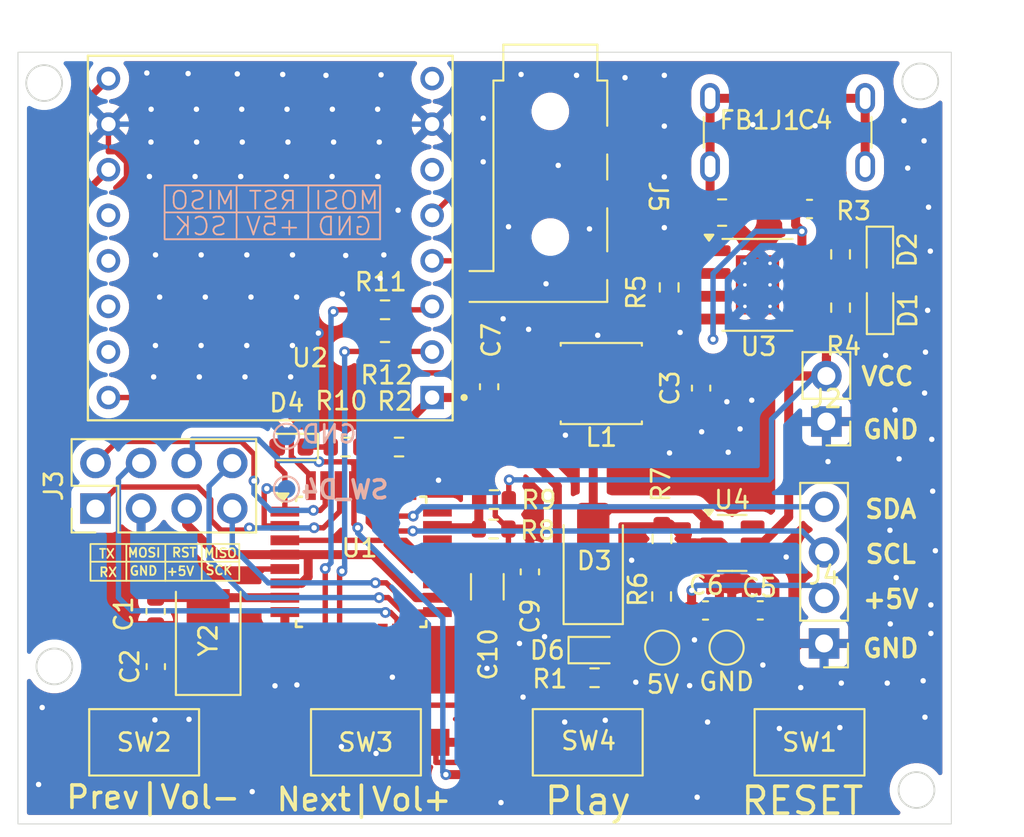
<source format=kicad_pcb>
(kicad_pcb (version 20241229) (generator "pcbnew") (generator_version "9.0")
  (layers (0 "F.Cu" signal) (2 "B.Cu" signal) (13 "F.Paste" user) (15 "B.Paste" user) (5 "F.SilkS" user "F.Silkscreen") (7 "B.SilkS" user "B.Silkscreen") (1 "F.Mask" user) (3 "B.Mask" user) (25 "Edge.Cuts" user))
  (net 0 "")
  (net 1 "Net-(U1-XTAL1{slash}PB6)")
  (net 2 "Net-(U1-XTAL2{slash}PB7)")
  (net 3 "+BATT")
  (net 4 "VBUS")
  (net 5 "+5V")
  (net 6 "Net-(D1-K)")
  (net 7 "Net-(D2-K)")
  (net 8 "Net-(D3-A)")
  (net 9 "Net-(D4-K)")
  (net 10 "Net-(D4-A)")
  (net 11 "Net-(J1-SHIELD)")
  (net 14 "MISO")
  (net 15 "MOSI")
  (net 16 "SCK")
  (net 17 "RST")
  (net 18 "SCL")
  (net 19 "SDA")
  (net 20 "Net-(U2-DAC_R)")
  (net 21 "Net-(U2-DAC_L)")
  (net 22 "Net-(U3-~{CHRG})")
  (net 23 "Net-(U3-~{STDBY})")
  (net 24 "Net-(U3-PROG)")
  (net 25 "Net-(U4-FB)")
  (net 26 "ADC")
  (net 27 "Net-(U2-IO1)")
  (net 28 "Net-(U2-IO2)")
  (net 29 "Net-(U1-PD5)")
  (net 34 "RX")
  (net 36 "TX0")
  (net 37 "TX")
  (net 40 "STATUS")
  (net 42 "RX0")
  (net 51 "GND")
  (net 52 "unconnected-(U1-PD4-Pad2)")
  (net 53 "Net-(U1-AREF)")
  (net 54 "Net-(D6-K)")
  (net 55 "Net-(U2-TX)")
  (net 56 "Net-(U2-RX)")
  (footprint "Resistor_SMD:R_0603_1608Metric" (layer "F.Cu") (at 111.51 52 180)
    (property "Reference" "R10")
    (property "Value" "1k")
  )
  (footprint "Connector_USB:USB_C_Receptacle_GCT_USB4125-xx-x_6P_TopMnt_Horizontal" (layer "F.Cu") (at 136.14 33.36 180)
    (property "Reference" "J1")
    (property "Value" "USB_C_Receptacle_PowerOnly_6P")
  )
  (footprint "Button_Switch_SMD:SW_SPST_CK_RS282G05A3" (layer "F.Cu") (at 137.36 68.46 180)
    (property "Reference" "SW1")
    (property "Value" "SW_Push")
  )
  (footprint "Crystal:Crystal_SMD_5032-2Pin_5.0x3.2mm" (layer "F.Cu") (at 103.86 62.77 90)
    (property "Reference" "Y2")
    (property "Value" "16 Mhz")
  )
  (footprint "Capacitor_SMD:C_1206_3216Metric" (layer "F.Cu") (at 119.41 59.79 90)
    (property "Reference" "C10")
    (property "Value" "100uf")
  )
  (footprint "Button_Switch_SMD:SW_SPST_CK_RS282G05A3" (layer "F.Cu") (at 100.29 68.46 180)
    (property "Reference" "SW2")
    (property "Value" "SW_Prev/Vol -")
  )
  (footprint "Diode_SMD:D_SMA" (layer "F.Cu") (at 125.31 58.36 90)
    (property "Reference" "D3")
    (property "Value" "SS34")
  )
  (footprint "Resistor_SMD:R_0603_1608Metric" (layer "F.Cu") (at 113.71 44.35 180)
    (property "Reference" "R11")
    (property "Value" "1k")
  )
  (footprint "Connector_Audio:Jack_3.5mm_KoreanHropartsElec_PJ-320D-4A_Horizontal" (layer "F.Cu") (at 122.92 38.04 -90)
    (property "Reference" "J5")
    (property "Value" "AudioJack4")
  )
  (footprint "Capacitor_SMD:C_0603_1608Metric" (layer "F.Cu") (at 134.615 61.105 180)
    (property "Reference" "C5")
    (property "Value" "22uf")
  )
  (footprint "Package_SO:SOIC-8-1EP_3.9x4.9mm_P1.27mm_EP2.41x3.3mm_ThermalVias" (layer "F.Cu") (at 134.46 42.96)
    (property "Reference" "U3")
    (property "Value" "TP4056-42-ESOP8")
  )
  (footprint "TestPoint:TestPoint_Pad_D1.5mm" (layer "F.Cu") (at 129.15 63.18)
    (property "Reference" "5V")
    (property "Value" "TestPoint_Pad_D1.5mm")
  )
  (footprint "Connector_PinHeader_2.54mm:PinHeader_2x04_P2.54mm_Vertical" (layer "F.Cu") (at 97.58 55.43 90)
    (property "Reference" "J3")
    (property "Value" "Conn_02x04_Counter_Clockwise")
  )
  (footprint "Package_TO_SOT_SMD:SOT-23-6" (layer "F.Cu") (at 133.05 57.345)
    (property "Reference" "U4")
    (property "Value" "MT3608")
  )
  (footprint "LED_SMD:LED_0603_1608Metric" (layer "F.Cu") (at 141.28 41.2 -90)
    (property "Reference" "D2")
    (property "Value" "LED")
  )
  (footprint "Resistor_SMD:R_0603_1608Metric" (layer "F.Cu") (at 129.12 60.33 -90)
    (property "Reference" "R6")
    (property "Value" "750k")
  )
  (footprint "Capacitor_SMD:C_0603_1608Metric" (layer "F.Cu") (at 137.36 38.73)
    (property "Reference" "C4")
    (property "Value" "10uf")
  )
  (footprint "Resistor_SMD:R_0603_1608Metric" (layer "F.Cu") (at 113.71 46.67 180)
    (property "Reference" "R12")
    (property "Value" "1k")
  )
  (footprint "Resistor_SMD:R_0603_1608Metric" (layer "F.Cu") (at 119.76 56.57)
    (property "Reference" "R8")
    (property "Value" "100k")
  )
  (footprint "Resistor_SMD:R_0603_1608Metric" (layer "F.Cu") (at 125.385 64.86)
    (property "Reference" "R1")
    (property "Value" "100R")
  )
  (footprint "Button_Switch_SMD:SW_SPST_CK_RS282G05A3" (layer "F.Cu") (at 125.003333 68.46)
    (property "Reference" "SW4")
    (property "Value" "Play/Pause")
  )
  (footprint "Capacitor_SMD:C_0603_1608Metric" (layer "F.Cu") (at 131.32 48.715 -90)
    (property "Reference" "C3")
    (property "Value" "10uf")
  )
  (footprint "Button_Switch_SMD:SW_SPST_CK_RS282G05A3" (layer "F.Cu") (at 112.646667 68.46 180)
    (property "Reference" "SW3")
    (property "Value" "SW_Next/Vol+")
  )
  (footprint "LED_SMD:LED_0603_1608Metric" (layer "F.Cu") (at 141.29 44.2175 90)
    (property "Reference" "D1")
    (property "Value" "LED")
  )
  (footprint "LED_SMD:LED_0603_1608Metric" (layer "F.Cu") (at 125.42 63.32)
    (property "Reference" "D6")
    (property "Value" "LED")
  )
  (footprint "Resistor_SMD:R_0603_1608Metric" (layer "F.Cu") (at 139.09 41.26 90)
    (property "Reference" "R3")
    (property "Value" "1k")
  )
  (footprint "TestPoint:TestPoint_Pad_D1.5mm" (layer "F.Cu") (at 132.74 63.18)
    (property "Reference" "GND")
    (property "Value" "TestPoint_Pad_D1.5mm")
  )
  (footprint "Resistor_SMD:R_0603_1608Metric" (layer "F.Cu") (at 129.54 43.1 90)
    (property "Reference" "R5")
    (property "Value" "1.2k")
  )
  (footprint "Resistor_SMD:R_0603_1608Metric" (layer "F.Cu") (at 129.14 57.12 -90)
    (property "Reference" "R7")
    (property "Value" "100k")
  )
  (footprint "Resistor_SMD:R_0805_2012Metric" (layer "F.Cu") (at 132.49 38.93)
    (property "Reference" "FB1")
    (property "Value" "FerriteBead_Small")
  )
  (footprint "Capacitor_SMD:C_0603_1608Metric" (layer "F.Cu") (at 131.565 61.11)
    (property "Reference" "C6")
    (property "Value" "22uf")
  )
  (footprint "Capacitor_SMD:C_0603_1608Metric" (layer "F.Cu") (at 119.51 48.64 90)
    (property "Reference" "C7")
    (property "Value" "0.1uf")
  )
  (footprint "Inductor_SMD:L_APV_ANR4030" (layer "F.Cu") (at 125.76 48.46 180)
    (property "Reference" "L1")
    (property "Value" "L")
  )
  (footprint "Connector_PinHeader_2.54mm:PinHeader_1x02_P2.54mm_Vertical" (layer "F.Cu") (at 138.3 50.58 180)
    (property "Reference" "J2")
    (property "Value" "BAT")
  )
  (footprint "Resistor_SMD:R_0603_1608Metric" (layer "F.Cu") (at 114.49 52 180)
    (property "Reference" "R2")
    (property "Value" "10k")
  )
  (footprint "Capacitor_SMD:C_0603_1608Metric" (layer "F.Cu") (at 100.94 64.24 -90)
    (property "Reference" "C2")
    (property "Value" "22pf")
  )
  (footprint "Connector_PinHeader_2.54mm:PinHeader_1x04_P2.54mm_Vertical" (layer "F.Cu") (at 138.17 62.95 180)
    (property "Reference" "J4")
    (property "Value" "OLED")
  )
  (footprint "Resistor_SMD:R_0603_1608Metric" (layer "F.Cu") (at 119.78 54.93 180)
    (property "Reference" "R9")
    (property "Value" "100k")
  )
  (footprint "Capacitor_SMD:C_0603_1608Metric" (layer "F.Cu") (at 100.93 61.17 -90)
    (property "Reference" "C1")
    (property "Value" "22pf")
  )
  (footprint "Capacitor_SMD:C_0603_1608Metric" (layer "F.Cu") (at 121.78 58.96 -90)
    (property "Reference" "C9")
    (property "Value" "0.1uf")
  )
  (footprint "LED_SMD:LED_0603_1608Metric" (layer "F.Cu") (at 108.49 52 180)
    (property "Reference" "D4")
    (property "Value" "LED")
  )
  (footprint "Package_QFP:TQFP-32_7x7mm_P0.8mm" (layer "F.Cu") (at 112.38 58.4)
    (property "Reference" "U1")
    (property "Value" "ATmega328P-A")
  )
  (footprint "DFR0299:MODULE_DFR0299" (layer "F.Cu") (at 107.3175 40.35 180)
    (property "Reference" "U2")
    (property "Value" "DFR0299")
  )
  (footprint "Resistor_SMD:R_0603_1608Metric" (layer "F.Cu") (at 139.09 44.23 90)
    (property "Reference" "R4")
    (property "Value" "1k")
  )
  (footprint "TestPoint:TestPoint_Pad_D1.0mm" (layer "B.Cu") (at 108.22 54.34)
    (property "Reference" "REF**" (hide yes))
    (property "Value" "TestPoint_Pad_D1.0mm")
  )
  (footprint "TestPoint:TestPoint_Pad_D1.0mm" (layer "B.Cu") (at 108.22 51.4)
    (property "Reference" "GND")
    (property "Value" "TestPoint_Pad_D1.0mm")
  )
  (gr_line (start 97.3 58.392496) (end 105.600084 58.392496) (stroke (width 0.1)) (layer "F.SilkS"))
  (gr_line (start 103.5 59.435) (end 103.5 57.405) (stroke (width 0.1)) (layer "F.SilkS"))
  (gr_line (start 101.47 59.465) (end 101.47 57.419992) (stroke (width 0.1)) (layer "F.SilkS"))
  (gr_line (start 99.3 59.465) (end 99.3 57.419992) (stroke (width 0.1)) (layer "F.SilkS"))
  (gr_rect (start 97.3 57.405) (end 105.59 59.455) (stroke (width 0.1)) (fill no) (layer "F.SilkS"))
  (gr_line (start 105.44 37.42) (end 105.44 40.42) (stroke (width 0.1)) (layer "B.SilkS"))
  (gr_line (start 101.44 40.42) (end 113.44 40.42) (stroke (width 0.1)) (layer "B.SilkS"))
  (gr_line (start 113.44 37.42) (end 113.44 40.42) (stroke (width 0.1)) (layer "B.SilkS"))
  (gr_line (start 113.44 37.42) (end 109.44 37.42) (stroke (width 0.1)) (layer "B.SilkS"))
  (gr_rect (start 101.43 37.41) (end 113.43 40.41) (stroke (width 0.1)) (fill no) (layer "B.SilkS"))
  (gr_line (start 109.44 37.42) (end 105.44 37.42) (stroke (width 0.1)) (layer "B.SilkS"))
  (gr_line (start 113.44 37.42) (end 110.44 37.42) (stroke (width 0.1)) (layer "B.SilkS"))
  (gr_line (start 113.44 38.92) (end 101.44 38.92) (stroke (width 0.1)) (layer "B.SilkS"))
  (gr_line (start 109.44 37.42) (end 109.43 40.41) (stroke (width 0.1)) (layer "B.SilkS"))
  (gr_circle (center 143.53 31.62) (end 144.53 31.62) (stroke (width 0.1)) (fill no) (layer "Edge.Cuts"))
  (gr_rect (start 93.26 29.99) (end 145.26 73.01) (stroke (width 0.05)) (fill no) (layer "Edge.Cuts"))
  (gr_circle (center 95.29 64.23) (end 96.29 64.23) (stroke (width 0.1)) (fill no) (layer "Edge.Cuts"))
  (gr_circle (center 94.72 31.71) (end 95.72 31.71) (stroke (width 0.1)) (fill no) (layer "Edge.Cuts"))
  (gr_circle (center 143.32 71.12) (end 144.32 71.12) (stroke (width 0.1)) (fill no) (layer "Edge.Cuts"))
  (gr_text "Next|Vol+" (at 107.56 72.38 0) (layer "F.SilkS") (effects (font (size 1.25 1.25) (thickness 0.2)) (justify left bottom)))
  (gr_text "SCL" (at 140.372857 58.56 0) (layer "F.SilkS") (effects (font (size 1 1) (thickness 0.2) (bold yes)) (justify left bottom)))
  (gr_text "Prev|Vol-" (at 95.84 72.25 0) (layer "F.SilkS") (effects (font (size 1.25 1.25) (thickness 0.2)) (justify left bottom)))
  (gr_text "MOSI" (at 99.32 58.185 0) (layer "F.SilkS") (effects (font (size 0.5 0.5) (thickness 0.1)) (justify left bottom)))
  (gr_text "SCK" (at 103.66 59.165 0) (layer "F.SilkS") (effects (font (size 0.5 0.5) (thickness 0.1)) (justify left bottom)))
  (gr_text "GND" (at 140.23 63.81 0) (layer "F.SilkS") (effects (font (size 1 1) (thickness 0.2) (bold yes)) (justify left bottom)))
  (gr_text "RESET" (at 133.44 72.6 0) (layer "F.SilkS") (effects (font (size 1.5 1.5) (thickness 0.2)) (justify left bottom)))
  (gr_text "VCC" (at 140.14 48.65 0) (layer "F.SilkS") (effects (font (size 1 1) (thickness 0.2) (bold yes)) (justify left bottom)))
  (gr_text "GND" (at 140.235238 51.61 0) (layer "F.SilkS") (effects (font (size 1 1) (thickness 0.2) (bold yes)) (justify left bottom)))
  (gr_text "+5V" (at 101.48 59.215 0) (layer "F.SilkS") (effects (font (size 0.5 0.5) (thickness 0.1)) (justify left bottom)))
  (gr_text "SDA" (at 140.349047 56.05 0) (layer "F.SilkS") (effects (font (size 1 1) (thickness 0.2) (bold yes)) (justify left bottom)))
  (gr_text "RST" (at 101.78 58.175 0) (layer "F.SilkS") (effects (font (size 0.5 0.5) (thickness 0.1)) (justify left bottom)))
  (gr_text "Play" (at 122.49 72.6 0) (layer "F.SilkS") (effects (font (size 1.5 1.5) (thickness 0.2)) (justify left bottom)))
  (gr_text "GND" (at 99.43 59.195 0) (layer "F.SilkS") (effects (font (size 0.5 0.5) (thickness 0.1)) (justify left bottom)))
  (gr_text "MISO" (at 103.57 58.205 0) (layer "F.SilkS") (effects (font (size 0.5 0.5) (thickness 0.1)) (justify left bottom)))
  (gr_text "RX" (at 97.73 59.272496 0) (layer "F.SilkS") (effects (font (size 0.5 0.5) (thickness 0.1)) (justify left bottom)))
  (gr_text "TX" (at 97.72 58.242496 0) (layer "F.SilkS") (effects (font (size 0.5 0.5) (thickness 0.1)) (justify left bottom)))
  (gr_text "+5V\n" (at 140.23 61.07 0) (layer "F.SilkS") (effects (font (size 1 1) (thickness 0.2) (bold yes)) (justify left bottom)))
  (gr_text "+5V" (at 109.062619 40.28 0) (layer "B.SilkS") (effects (font (size 1 1) (thickness 0.1)) (justify left bottom mirror)))
  (gr_text "RST" (at 108.88 38.84 0) (layer "B.SilkS") (effects (font (size 1 1) (thickness 0.1)) (justify left bottom mirror)))
  (gr_text "SW_D4" (at 114.01 54.96 0) (layer "B.SilkS") (effects (font (size 1 1) (thickness 0.2) (bold yes)) (justify left bottom mirror)))
  (gr_text "MOSI" (at 113.44 38.84 0) (layer "B.SilkS") (effects (font (size 1 1) (thickness 0.1)) (justify left bottom mirror)))
  (gr_text "SCK" (at 104.98 40.28 0) (layer "B.SilkS") (effects (font (size 1 1) (thickness 0.1)) (justify left bottom mirror)))
  (gr_text "GND" (at 113.05 40.28 0) (layer "B.SilkS") (effects (font (size 1 1) (thickness 0.1)) (justify left bottom mirror)))
  (gr_text "MISO" (at 105.43 38.84 0) (layer "B.SilkS") (effects (font (size 1 1) (thickness 0.1)) (justify left bottom mirror)))
  (segment (start 105.17 60.4) (end 104.38 60.4) (width 0.5) (layer "F.Cu") (net 1))
  (segment (start 104.37 60.39) (end 100.935 60.39) (width 0.5) (layer "F.Cu") (net 1))
  (segment (start 108.13 60.4) (end 105.17 60.4) (width 0.5) (layer "F.Cu") (net 1))
  (segment (start 101.255 65.01) (end 103.47 65.01) (width 0.5) (layer "F.Cu") (net 2))
  (segment (start 100.94 65.015) (end 101.25 65.015) (width 0.5) (layer "F.Cu") (net 2))
  (segment (start 101.25 65.015) (end 101.255 65.01) (width 0.5) (layer "F.Cu") (net 2))
  (segment (start 106.01 64.15) (end 103.86 64.15) (width 0.5) (layer "F.Cu") (net 2))
  (segment (start 108.13 61.2) (end 108.13 62.03) (width 0.5) (layer "F.Cu") (net 2))
  (segment (start 108.13 62.03) (end 106.01 64.15) (width 0.5) (layer "F.Cu") (net 2))
  (segment (start 120.605 54.93) (end 120.605 53.855) (width 0.3) (layer "F.Cu") (net 3))
  (segment (start 138.3 46.23) (end 138.3 47) (width 0.5) (layer "F.Cu") (net 3))
  (segment (start 134.1875 58.295) (end 134.1875 57.345) (width 0.5) (layer "F.Cu") (net 3))
  (segment (start 131.305 48.46) (end 127.26 48.46) (width 0.5) (layer "F.Cu") (net 3))
  (segment (start 136.935 44.865) (end 138.3 46.23) (width 0.5) (layer "F.Cu") (net 3))
  (segment (start 131.725 48.04) (end 131.305 48.46) (width 0.5) (layer "F.Cu") (net 3))
  (segment (start 135.43 59.5375) (end 135.43 60.52) (width 0.5) (layer "F.Cu") (net 3))
  (segment (start 136.2 55.8991) (end 136.2 48.04) (width 0.5) (layer "F.Cu") (net 3))
  (segment (start 138.3 48.04) (end 131.725 48.04) (width 0.5) (layer "F.Cu") (net 3))
  (segment (start 138.3 47) (end 138.3 47.749) (width 0.5) (layer "F.Cu") (net 3))
  (segment (start 138.3 47) (end 138.3 48.04) (width 0.5) (layer "F.Cu") (net 3))
  (segment (start 135.39 60.56) (end 135.39 61.105) (width 0.5) (layer "F.Cu") (net 3))
  (segment (start 134.7541 57.345) (end 136.2 55.8991) (width 0.5) (layer "F.Cu") (net 3))
  (segment (start 134.1875 58.295) (end 135.43 59.5375) (width 0.5) (layer "F.Cu") (net 3))
  (segment (start 135.43 60.52) (end 135.39 60.56) (width 0.5) (layer "F.Cu") (net 3))
  (segment (start 134.1875 57.345) (end 134.7541 57.345) (width 0.5) (layer "F.Cu") (net 3))
  (segment (start 120.605 53.855) (end 120.63 53.83) (width 0.3) (layer "F.Cu") (net 3))
  (segment (start 136.2 48.04) (end 138.3 48.04) (width 0.5) (layer "F.Cu") (net 3))
  (via (at 120.63 53.83) (size 0.6) (drill 0.3) (layers "F.Cu" "B.Cu") (net 3))
  (segment (start 135.2425 53.6925) (end 135.2425 50.4575) (width 0.3) (layer "B.Cu") (net 3))
  (segment (start 135.105 53.83) (end 135.2425 53.6925) (width 0.3) (layer "B.Cu") (net 3))
  (segment (start 135.2425 50.4575) (end 137.66 48.04) (width 0.3) (layer "B.Cu") (net 3))
  (segment (start 120.63 53.83) (end 135.105 53.83) (width 0.3) (layer "B.Cu") (net 3))
  (segment (start 136.585 37.546) (end 136.53 37.491) (width 0.5) (layer "F.Cu") (net 4))
  (segment (start 134.62 37.04) (end 134.62 36.44) (width 0.5) (layer "F.Cu") (net 4))
  (segment (start 135.071 37.491) (end 134.62 37.04) (width 0.5) (layer "F.Cu") (net 4))
  (segment (start 137.209 37.491) (end 136.53 37.491) (width 0.5) (layer "F.Cu") (net 4))
  (segment (start 136.935 39.975) (end 136.935 41.055) (width 0.5) (layer "F.Cu") (net 4))
  (segment (start 136.935 39.975) (end 136.934998 39.975) (width 0.5) (layer "F.Cu") (net 4))
  (segment (start 137.066 41.186) (end 140.441 41.186) (width 0.3) (layer "F.Cu") (net 4))
  (segment (start 137.66 37.04) (end 137.209 37.491) (width 0.5) (layer "F.Cu") (net 4))
  (segment (start 131.985 44.865) (end 131.985 45.995) (width 0.3) (layer "F.Cu") (net 4))
  (segment (start 141.33 42.075) (end 141.33 43.39) (width 0.3) (layer "F.Cu") (net 4))
  (segment (start 137.66 36.44) (end 137.66 37.04) (width 0.5) (layer "F.Cu") (net 4))
  (segment (start 136.585 39.625002) (end 136.934998 39.975) (width 0.5) (layer "F.Cu") (net 4))
  (segment (start 135.071 37.491) (end 136.53 37.491) (width 0.5) (layer "F.Cu") (net 4))
  (segment (start 136.585 38.73) (end 136.585 37.546) (width 0.5) (layer "F.Cu") (net 4))
  (segment (start 140.441 41.186) (end 141.33 42.075) (width 0.3) (layer "F.Cu") (net 4))
  (segment (start 136.585 38.73) (end 136.585 39.625002) (width 0.5) (layer "F.Cu") (net 4))
  (via (at 131.985 45.995) (size 0.6) (drill 0.3) (layers "F.Cu" "B.Cu") (net 4))
  (via (at 136.934998 39.975) (size 0.6) (drill 0.3) (layers "F.Cu" "B.Cu") (net 4))
  (segment (start 134.343 39.975) (end 136.934998 39.975) (width 0.3) (layer "B.Cu") (net 4))
  (segment (start 131.985 42.333) (end 134.343 39.975) (width 0.3) (layer "B.Cu") (net 4))
  (segment (start 131.985 45.995) (end 131.985 42.333) (width 0.3) (layer "B.Cu") (net 4))
  (segment (start 115.453 60.4) (end 116.63 60.4) (width 0.5) (layer "F.Cu") (net 5))
  (segment (start 116.63 60.4) (end 118.545 60.4) (width 0.5) (layer "F.Cu") (net 5))
  (segment (start 123.31 54.18) (end 121.13 52) (width 0.5) (layer "F.Cu") (net 5))
  (segment (start 116.3345 49.24) (end 119.335 49.24) (width 0.5) (layer "F.Cu") (net 5))
  (segment (start 108.13 58) (end 104.34 58) (width 0.5) (layer "F.Cu") (net 5))
  (segment (start 109.43 59.23) (end 109.06 59.6) (width 0.5) (layer "F.Cu") (net 5))
  (segment (start 104.34 58) (end 102.66 56.32) (width 0.5) (layer "F.Cu") (net 5))
  (segment (start 122.875 61.265) (end 119.41 61.265) (width 0.5) (layer "F.Cu") (net 5))
  (segment (start 123.78 60.36) (end 125.31 60.36) (width 0.5) (layer "F.Cu") (net 5))
  (segment (start 108.13 58) (end 109.307 58) (width 0.5) (layer "F.Cu") (net 5))
  (segment (start 115.315 52) (end 115.315 50.2595) (width 0.5) (layer "F.Cu") (net 5))
  (segment (start 127.428629 61.36) (end 126.428629 60.36) (width 0.5) (layer "F.Cu") (net 5))
  (segment (start 129.12 61.155) (end 129.12 62.93) (width 0.5) (layer "F.Cu") (net 5))
  (segment (start 130.79 60) (end 130.8 59.99) (width 0.5) (layer "F.Cu") (net 5))
  (segment (start 109.06 59.6) (end 108.13 59.6) (width 0.5) (layer "F.Cu") (net 5))
  (segment (start 123.31 60.83) (end 123.78 60.36) (width 0.5) (layer "F.Cu") (net 5))
  (segment (start 123.31 60.83) (end 122.875 61.265) (width 0.5) (layer "F.Cu") (net 5))
  (segment (start 118.545 60.4) (end 119.41 61.265) (width 0.5) (layer "F.Cu") (net 5))
  (segment (start 121.13 52) (end 115.315 52) (width 0.5) (layer "F.Cu") (net 5))
  (segment (start 109.307 58) (end 109.43 58.123) (width 0.5) (layer "F.Cu") (net 5))
  (segment (start 113.053 58) (end 115.453 60.4) (width 0.5) (layer "F.Cu") (net 5))
  (segment (start 115.315 50.2595) (end 116.3345 49.24) (width 0.5) (layer "F.Cu") (net 5))
  (segment (start 129.12 61.155) (end 128.915 61.36) (width 0.5) (layer "F.Cu") (net 5))
  (segment (start 123.31 54.18) (end 123.31 60.83) (width 0.5) (layer "F.Cu") (net 5))
  (segment (start 108.13 58) (end 113.053 58) (width 0.5) (layer "F.Cu") (net 5))
  (segment (start 130.79 61.11) (end 130.79 60) (width 0.5) (layer "F.Cu") (net 5))
  (segment (start 128.915 61.36) (end 127.428629 61.36) (width 0.5) (layer "F.Cu") (net 5))
  (segment (start 109.43 58.123) (end 109.43 59.23) (width 0.5) (layer "F.Cu") (net 5))
  (segment (start 130.79 61.11) (end 129.165 61.11) (width 0.5) (layer "F.Cu") (net 5))
  (segment (start 126.2075 62.0075) (end 126.2075 63.32) (width 0.5) (layer "F.Cu") (net 5))
  (segment (start 125.31 61.11) (end 126.2075 62.0075) (width 0.5) (layer "F.Cu") (net 5))
  (segment (start 126.428629 60.36) (end 125.31 60.36) (width 0.5) (layer "F.Cu") (net 5))
  (segment (start 102.66 56.32) (end 102.66 55.43) (width 0.5) (layer "F.Cu") (net 5))
  (via (at 130.8 59.99) (size 0.6) (drill 0.3) (layers "F.Cu" "B.Cu") (net 5))
  (segment (start 131.08 59.71) (end 137.78 59.71) (width 0.3) (layer "B.Cu") (net 5))
  (segment (start 137.78 59.71) (end 138.73 60.66) (width 0.3) (layer "B.Cu") (net 5))
  (segment (start 130.8 59.99) (end 131.08 59.71) (width 0.3) (layer "B.Cu") (net 5))
  (segment (start 139.14 45.005) (end 141.29 45.005) (width 0.3) (layer "F.Cu") (net 6))
  (segment (start 141.2425 40.4125) (end 139.1125 40.4125) (width 0.3) (layer "F.Cu") (net 7))
  (segment (start 126.226 55.444) (end 130.9615 55.444) (width 0.5) (layer "F.Cu") (net 8))
  (segment (start 125.31 49.51) (end 125.31 56.36) (width 0.5) (layer "F.Cu") (net 8))
  (segment (start 125.31 56.36) (end 126.226 55.444) (width 0.5) (layer "F.Cu") (net 8))
  (segment (start 130.9615 55.444) (end 131.9125 56.395) (width 0.5) (layer "F.Cu") (net 8))
  (segment (start 124.26 48.46) (end 125.31 49.51) (width 0.5) (layer "F.Cu") (net 8))
  (segment (start 109.2775 52) (end 110.685 52) (width 0.3) (layer "F.Cu") (net 9))
  (segment (start 108.13 53.48) (end 107.7025 53.0525) (width 0.3) (layer "F.Cu") (net 10))
  (segment (start 108.13 55.6) (end 108.13 53.48) (width 0.3) (layer "F.Cu") (net 10))
  (segment (start 107.7025 53.0525) (end 107.7025 52) (width 0.3) (layer "F.Cu") (net 10))
  (segment (start 131.82 36.36) (end 131.82 38.6875) (width 0.5) (layer "F.Cu") (net 11))
  (segment (start 140.46 32.56) (end 131.82 32.56) (width 0.5) (layer "F.Cu") (net 11))
  (segment (start 131.82 32.56) (end 131.82 36.36) (width 0.5) (layer "F.Cu") (net 11))
  (segment (start 140.46 36.36) (end 140.46 32.56) (width 0.5) (layer "F.Cu") (net 11))
  (segment (start 115.18 62.65) (end 115.18 61.682634) (width 0.3) (layer "F.Cu") (net 14))
  (segment (start 113.891261 60.393895) (end 113.379048 60.393895) (width 0.3) (layer "F.Cu") (net 14))
  (segment (start 115.18 61.682634) (end 113.891261 60.393895) (width 0.3) (layer "F.Cu") (net 14))
  (via (at 113.379048 60.393895) (size 0.6) (drill 0.3) (layers "F.Cu" "B.Cu") (net 14))
  (segment (start 103.91 54.18) (end 105.2 52.89) (width 0.3) (layer "B.Cu") (net 14))
  (segment (start 103.91 58.27) (end 103.91 54.18) (width 0.3) (layer "B.Cu") (net 14))
  (segment (start 106.033895 60.393895) (end 103.91 58.27) (width 0.3) (layer "B.Cu") (net 14))
  (segment (start 113.379048 60.393895) (end 106.033895 60.393895) (width 0.3) (layer "B.Cu") (net 14))
  (segment (start 114.38 62.65) (end 114.38 61.58974) (width 0.3) (layer "F.Cu") (net 15))
  (segment (start 114.38 61.58974) (end 114.011552 61.221292) (width 0.3) (layer "F.Cu") (net 15))
  (segment (start 113.79 61.16) (end 113.728708 61.221292) (width 0.3) (layer "F.Cu") (net 15))
  (segment (start 114.011552 61.221292) (end 113.728708 61.221292) (width 0.3) (layer "F.Cu") (net 15))
  (via (at 113.728708 61.221292) (size 0.6) (drill 0.3) (layers "F.Cu" "B.Cu") (net 15))
  (segment (start 113.637416 61.13) (end 113.728708 61.221292) (width 0.3) (layer "B.Cu") (net 15))
  (segment (start 99.72 52.89) (end 98.86 53.75) (width 0.3) (layer "B.Cu") (net 15))
  (segment (start 98.86 53.75) (end 98.86 60.392182) (width 0.3) (layer "B.Cu") (net 15))
  (segment (start 99.597818 61.13) (end 113.637416 61.13) (width 0.3) (layer "B.Cu") (net 15))
  (segment (start 98.86 60.392182) (end 99.597818 61.13) (width 0.3) (layer "B.Cu") (net 15))
  (segment (start 113.774472 59.57) (end 113.17 59.57) (width 0.3) (layer "F.Cu") (net 16))
  (segment (start 116.63 61.2) (end 115.404472 61.2) (width 0.3) (layer "F.Cu") (net 16))
  (segment (start 115.404472 61.2) (end 113.774472 59.57) (width 0.3) (layer "F.Cu") (net 16))
  (via (at 113.17 59.57) (size 0.6) (drill 0.3) (layers "F.Cu" "B.Cu") (net 16))
  (segment (start 105.2 57.57) (end 107.2 59.57) (width 0.3) (layer "B.Cu") (net 16))
  (segment (start 105.2 55.43) (end 105.2 57.57) (width 0.3) (layer "B.Cu") (net 16))
  (segment (start 107.2 59.57) (end 113.17 59.57) (width 0.3) (layer "B.Cu") (net 16))
  (segment (start 113.665 52) (end 113.665 52.765) (width 0.3) (layer "F.Cu") (net 17))
  (segment (start 110.029895 52.815425) (end 110.04047 52.826) (width 0.3) (layer "F.Cu") (net 17))
  (segment (start 113.604 52.826) (end 113.665 52.765) (width 0.3) (layer "F.Cu") (net 17))
  (segment (start 111.98 52.976) (end 111.83 52.826) (width 0.3) (layer "F.Cu") (net 17))
  (segment (start 111.98 54.15) (end 111.98 56.29) (width 0.3) (layer "F.Cu") (net 17))
  (segment (start 110.04047 52.826) (end 111.83 52.826) (width 0.3) (layer "F.Cu") (net 17))
  (segment (start 111.98 56.29) (end 112.19 56.5) (width 0.3) (layer "F.Cu") (net 17))
  (segment (start 111.83 52.826) (end 113.604 52.826) (width 0.3) (layer "F.Cu") (net 17))
  (segment (start 139.43 70.26) (end 117.1 70.26) (width 0.5) (layer "F.Cu") (net 17))
  (segment (start 141.26 68.43) (end 139.43 70.26) (width 0.5) (layer "F.Cu") (net 17))
  (segment (start 111.98 54.15) (end 111.98 52.976) (width 0.3) (layer "F.Cu") (net 17))
  (via (at 112.19 56.5) (size 0.6) (drill 0.3) (layers "F.Cu" "B.Cu") (net 17))
  (via (at 117.1 70.26) (size 0.6) (drill 0.3) (layers "F.Cu" "B.Cu") (net 17))
  (via (at 110.029895 52.815425) (size 0.6) (drill 0.3) (layers "F.Cu" "B.Cu") (net 17))
  (segment (start 116.93 70.13) (end 116.93 61.54) (width 0.3) (layer "B.Cu") (net 17))
  (segment (start 116.93 61.54) (end 112.19 56.8) (width 0.3) (layer "B.Cu") (net 17))
  (segment (start 112.19 56.8) (end 112.19 56.5) (width 0.3) (layer "B.Cu") (net 17))
  (segment (start 102.98 52.57) (end 102.98 51.57) (width 0.3) (layer "B.Cu") (net 17))
  (segment (start 107.83 52.75) (end 109.96447 52.75) (width 0.3) (layer "B.Cu") (net 17))
  (segment (start 109.96447 52.75) (end 110.029895 52.815425) (width 0.3) (layer "B.Cu") (net 17))
  (segment (start 102.98 51.57) (end 106.65 51.57) (width 0.3) (layer "B.Cu") (net 17))
  (segment (start 106.65 51.57) (end 107.83 52.75) (width 0.3) (layer "B.Cu") (net 17))
  (segment (start 117.01 70.21) (end 116.93 70.13) (width 0.3) (layer "B.Cu") (net 17))
  (segment (start 112.78 54.15) (end 112.78 56.19) (width 0.3) (layer "F.Cu") (net 18))
  (segment (start 113.27 56.68) (end 115.26 56.68) (width 0.3) (layer "F.Cu") (net 18))
  (segment (start 112.78 56.19) (end 113.27 56.68) (width 0.3) (layer "F.Cu") (net 18))
  (via (at 115.26 56.68) (size 0.6) (drill 0.3) (layers "F.Cu" "B.Cu") (net 18))
  (segment (start 136.94 56.68) (end 138.09 57.83) (width 0.3) (layer "B.Cu") (net 18))
  (segment (start 115.26 56.68) (end 136.94 56.68) (width 0.3) (layer "B.Cu") (net 18))
  (segment (start 113.92 55.85) (end 115.279998 55.85) (width 0.3) (layer "F.Cu") (net 19))
  (segment (start 113.58 55.51) (end 113.92 55.85) (width 0.3) (layer "F.Cu") (net 19))
  (segment (start 113.58 54.15) (end 113.58 55.51) (width 0.3) (layer "F.Cu") (net 19))
  (via (at 115.279998 55.85) (size 0.6) (drill 0.3) (layers "F.Cu" "B.Cu") (net 19))
  (segment (start 115.279998 55.85) (end 115.799998 55.33) (width 0.3) (layer "B.Cu") (net 19))
  (segment (start 115.799998 55.33) (end 138.09 55.33) (width 0.3) (layer "B.Cu") (net 19))
  (segment (start 116.3345 41.62) (end 125.9 41.62) (width 0.3) (layer "F.Cu") (net 20))
  (segment (start 116.3345 39.08) (end 117.5245 37.89) (width 0.3) (layer "F.Cu") (net 21))
  (segment (start 117.5245 37.89) (end 126.17 37.89) (width 0.3) (layer "F.Cu") (net 21))
  (segment (start 139.08 42.3) (end 136.96 42.3) (width 0.5) (layer "F.Cu") (net 22))
  (segment (start 136.935 43.595) (end 138.9 43.595) (width 0.3) (layer "F.Cu") (net 23))
  (segment (start 129.575 42.31) (end 131.9 42.31) (width 0.5) (layer "F.Cu") (net 24))
  (segment (start 131.8875 58.27) (end 129.12 58.27) (width 0.5) (layer "F.Cu") (net 25))
  (segment (start 129.12 58.78) (end 129.12 57.965) (width 0.5) (layer "F.Cu") (net 25))
  (segment (start 129.12 58.27) (end 129.12 58.78) (width 0.5) (layer "F.Cu") (net 25))
  (segment (start 129.12 59.505) (end 129.12 58.78) (width 0.5) (layer "F.Cu") (net 25))
  (segment (start 118.935 56.57) (end 118.935 54.95) (width 0.5) (layer "F.Cu") (net 26))
  (segment (start 116.63 56.4) (end 118.765 56.4) (width 0.3) (layer "F.Cu") (net 26))
  (segment (start 97.29 62.8) (end 97.29 66.41) (width 0.4) (layer "F.Cu") (net 27))
  (segment (start 94.5 60.01) (end 97.29 62.8) (width 0.4) (layer "F.Cu") (net 27))
  (segment (start 96.39 67.31) (end 96.39 68.46) (width 0.4) (layer "F.Cu") (net 27))
  (segment (start 94.5 35.2605) (end 94.5 60.01) (width 0.4) (layer "F.Cu") (net 27))
  (segment (start 98.3005 31.46) (end 94.5 35.2605) (width 0.4) (layer "F.Cu") (net 27))
  (segment (start 97.29 66.41) (end 96.39 67.31) (width 0.4) (layer "F.Cu") (net 27))
  (segment (start 98.99 70) (end 107.226667 70) (width 0.4) (layer "F.Cu") (net 28))
  (segment (start 95.828 39.0125) (end 95.828 59.635817) (width 0.4) (layer "F.Cu") (net 28))
  (segment (start 95.828 59.635817) (end 98.33 62.137817) (width 0.4) (layer "F.Cu") (net 28))
  (segment (start 107.226667 70) (end 108.746667 68.48) (width 0.4) (layer "F.Cu") (net 28))
  (segment (start 98.33 62.137817) (end 98.33 69.34) (width 0.4) (layer "F.Cu") (net 28))
  (segment (start 98.3005 36.54) (end 95.828 39.0125) (width 0.4) (layer "F.Cu") (net 28))
  (segment (start 98.33 69.34) (end 98.99 70) (width 0.4) (layer "F.Cu") (net 28))
  (segment (start 112.22 66.39) (end 119.013333 66.39) (width 0.3) (layer "F.Cu") (net 29))
  (segment (start 109.58 62.65) (end 109.58 63.75) (width 0.3) (layer "F.Cu") (net 29))
  (segment (start 109.58 63.75) (end 112.22 66.39) (width 0.3) (layer "F.Cu") (net 29))
  (segment (start 119.013333 66.39) (end 121.103333 68.48) (width 0.3) (layer "F.Cu") (net 29))
  (segment (start 110.93 44.35) (end 110.83 44.45) (width 0.3) (layer "F.Cu") (net 34))
  (segment (start 110.38 62.65) (end 110.38 58.77) (width 0.3) (layer "F.Cu") (net 34))
  (segment (start 112.885 44.35) (end 110.93 44.35) (width 0.3) (layer "F.Cu") (net 34))
  (via (at 110.38 58.77) (size 0.6) (drill 0.3) (layers "F.Cu" "B.Cu") (net 34))
  (via (at 110.83 44.45) (size 0.6) (drill 0.3) (layers "F.Cu" "B.Cu") (net 34))
  (segment (start 110.7 58.45) (end 110.38 58.77) (width 0.3) (layer "B.Cu") (net 34))
  (segment (start 110.7 44.58) (end 110.7 58.45) (width 0.3) (layer "B.Cu") (net 34))
  (segment (start 110.83 44.45) (end 110.7 44.58) (width 0.3) (layer "B.Cu") (net 34))
  (segment (start 106.41 52.401529) (end 106.41 53.89) (width 0.3) (layer "F.Cu") (net 36))
  (segment (start 110.1 55.53) (end 109.72 55.53) (width 0.3) (layer "F.Cu") (net 36))
  (segment (start 105.697471 51.689) (end 106.41 52.401529) (width 0.3) (layer "F.Cu") (net 36))
  (segment (start 110.38 55.25) (end 110.1 55.53) (width 0.3) (layer "F.Cu") (net 36))
  (segment (start 97.58 52.89) (end 98.781 51.689) (width 0.3) (layer "F.Cu") (net 36))
  (segment (start 98.781 51.689) (end 105.697471 51.689) (width 0.3) (layer "F.Cu") (net 36))
  (segment (start 110.38 54.15) (end 110.38 55.25) (width 0.3) (layer "F.Cu") (net 36))
  (via (at 106.41 53.89) (size 0.6) (drill 0.3) (layers "F.Cu" "B.Cu") (net 36))
  (via (at 109.72 55.53) (size 0.6) (drill 0.3) (layers "F.Cu" "B.Cu") (net 36))
  (segment (start 107.35 55.53) (end 109.72 55.53) (width 0.3) (layer "B.Cu") (net 36))
  (segment (start 106.41 54.59) (end 107.35 55.53) (width 0.3) (layer "B.Cu") (net 36))
  (segment (start 106.41 53.89) (end 106.41 54.59) (width 0.3) (layer "B.Cu") (net 36))
  (segment (start 111.18 62.65) (end 111.18 59.05) (width 0.3) (layer "F.Cu") (net 37))
  (segment (start 111.18 59.05) (end 111.31 58.92) (width 0.3) (layer "F.Cu") (net 37))
  (segment (start 112.885 46.67) (end 111.48 46.67) (width 0.3) (layer "F.Cu") (net 37))
  (segment (start 111.48 46.67) (end 111.46 46.69) (width 0.3) (layer "F.Cu") (net 37))
  (via (at 111.46 46.69) (size 0.6) (drill 0.3) (layers "F.Cu" "B.Cu") (net 37))
  (via (at 111.31 58.92) (size 0.6) (drill 0.3) (layers "F.Cu" "B.Cu") (net 37))
  (segment (start 111.46 58.77) (end 111.31 58.92) (width 0.3) (layer "B.Cu") (net 37))
  (segment (start 111.46 46.69) (end 111.46 58.77) (width 0.3) (layer "B.Cu") (net 37))
  (segment (start 108.49 52.52) (end 108.49 51.50069) (width 0.3) (layer "F.Cu") (net 40))
  (segment (start 109.58 53.61) (end 108.49 52.52) (width 0.3) (layer "F.Cu") (net 40))
  (segment (start 106.22931 49.24) (end 98.3005 49.24) (width 0.3) (layer "F.Cu") (net 40))
  (segment (start 108.49 51.50069) (end 106.22931 49.24) (width 0.3) (layer "F.Cu") (net 40))
  (segment (start 110.28 56.5) (end 111.18 55.6) (width 0.3) (layer "F.Cu") (net 42))
  (segment (start 103.295471 54.229) (end 103.999 54.932529) (width 0.3) (layer "F.Cu") (net 42))
  (segment (start 106.12 56.54) (end 106.149998 56.510002) (width 0.3) (layer "F.Cu") (net 42))
  (segment (start 106.028997 56.631) (end 106.149998 56.509999) (width 0.3) (layer "F.Cu") (net 42))
  (segment (start 111.18 54.15) (end 111.18 55.6) (width 0.3) (layer "F.Cu") (net 42))
  (segment (start 97.58 55.43) (end 98.781 54.229) (width 0.3) (layer "F.Cu") (net 42))
  (segment (start 106.149998 56.510002) (end 106.149998 56.509999) (width 0.3) (layer "F.Cu") (net 42))
  (segment (start 103.999 54.932529) (end 103.999 56.069) (width 0.3) (layer "F.Cu") (net 42))
  (segment (start 98.781 54.229) (end 103.295471 54.229) (width 0.3) (layer "F.Cu") (net 42))
  (segment (start 104.561 56.631) (end 106.028997 56.631) (width 0.3) (layer "F.Cu") (net 42))
  (segment (start 110.28 56.5) (end 109.76 56.5) (width 0.3) (layer "F.Cu") (net 42))
  (segment (start 103.999 56.069) (end 104.561 56.631) (width 0.3) (layer "F.Cu") (net 42))
  (via (at 109.76 56.5) (size 0.6) (drill 0.3) (layers "F.Cu" "B.Cu") (net 42))
  (via (at 106.149998 56.509999) (size 0.6) (drill 0.3) (layers "F.Cu" "B.Cu") (net 42))
  (segment (start 109.76 56.5) (end 109.75 56.51) (width 0.3) (layer "B.Cu") (net 42))
  (segment (start 109.75 56.51) (end 106.149998 56.509999) (width 0.3) (layer "B.Cu") (net 42))
  (segment (start 99 66.84) (end 99 63.04) (width 0.3) (layer "F.Cu") (net 51))
  (segment (start 113.585 47.865) (end 115.6995 47.865) (width 0.3) (layer "F.Cu") (net 51))
  (segment (start 108.13 57.2) (end 114.853 57.2) (width 0.3) (layer "F.Cu") (net 51))
  (segment (start 130.645 57.345) (end 131.9125 57.345) (width 0.5) (layer "F.Cu") (net 51))
  (segment (start 136.82 62.95) (end 138.09 62.95) (width 0.5) (layer "F.Cu") (net 51))
  (segment (start 133.43 36.4) (end 133.43 35.66) (width 0.5) (layer "F.Cu") (net 51))
  (segment (start 133.701 35.389) (end 138.439 35.389) (width 0.5) (layer "F.Cu") (net 51))
  (segment (start 136.015 65.025) (end 136.015 63.755) (width 0.5) (layer "F.Cu") (net 51))
  (segment (start 134.46 40.7) (end 134.46 42.96) (width 0.5) (layer "F.Cu") (net 51))
  (segment (start 99 63.04) (end 99 58.88) (width 0.3) (layer "F.Cu") (net 51))
  (segment (start 100.94 63.775) (end 100.94 63.1) (width 0.3) (layer "F.Cu") (net 51))
  (segment (start 116.63 58) (end 119.095 58) (width 0.3) (layer "F.Cu") (net 51))
  (segment (start 138.135 38.73) (end 139.175 37.69) (width 0.5) (layer "F.Cu") (net 51))
  (segment (start 133.84 61.105) (end 132.345 61.105) (width 0.5) (layer "F.Cu") (net 51))
  (segment (start 114.56 52.504774) (end 114.56 51.635226) (width 0.3) (layer "F.Cu") (net 51))
  (segment (start 119.51 47.865) (end 119.51 43.925) (width 0.3) (layer "F.Cu") (net 51))
  (segment (start 98.3005 34) (end 98.3005 35.535) (width 0.3) (layer "F.Cu") (net 51))
  (segment (start 133.026 57.8919) (end 132.4791 57.345) (width 0.5) (layer "F.Cu") (net 51))
  (segment (start 114.56 51.635226) (end 114.098774 51.174) (width 0.3) (layer "F.Cu") (net 51))
  (segment (start 133.39 36.44) (end 133.39 38.9175) (width 0.5) (layer "F.Cu") (net 51))
  (segment (start 112.49 66.9) (end 114.07 68.48) (width 0.3) (layer "F.Cu") (net 51))
  (segment (start 132.940058 68.48) (end 133.225029 68.195029) (width 0.5) (layer "F.Cu") (net 51))
  (segment (start 139.175 37.69) (end 139.175 36.725) (width 0.5) (layer "F.Cu") (net 51))
  (segment (start 104.19 68.46) (end 100.62 68.46) (width 0.3) (layer "F.Cu") (net 51))
  (segment (start 119.41 58.315) (end 121.65 58.315) (width 0.3) (layer "F.Cu") (net 51))
  (segment (start 112.335 51.2295) (end 112.335 49.115) (width 0.3) (layer "F.Cu") (net 51))
  (segment (start 100.94 62.265) (end 100.93 62.255) (width 0.3) (layer "F.Cu") (net 51))
  (segment (start 128.65 69.581) (end 128.65 68.733333) (width 0.3) (layer "F.Cu") (net 51))
  (segment (start 119.51 47.865) (end 119.51 43.15) (width 0.3) (layer "F.Cu") (net 51))
  (segment (start 112.335 52) (end 112.335 51.2295) (width 0.3) (layer "F.Cu") (net 51))
  (segment (start 104.19 68.46) (end 105.75 66.9) (width 0.3) (layer "F.Cu") (net 51))
  (segment (start 129.54 43.925) (end 129.87 43.595) (width 0.5) (layer "F.Cu") (net 51))
  (segment (start 120.585 56.57) (end 119.854 55.839) (width 0.3) (layer "F.Cu") (net 51))
  (segment (start 114.853 57.2) (end 115.653 58) (width 0.3) (layer "F.Cu") (net 51))
  (segment (start 120.585 58.315) (end 119.41 58.315) (width 0.3) (layer "F.Cu") (net 51))
  (segment (start 133.43 35.66) (end 133.701 35.389) (width 0.5) (layer "F.Cu") (net 51))
  (segment (start 115.6995 47.865) (end 119.51 47.865) (width 0.3) (layer "F.Cu") (net 51))
  (segment (start 119.854 55.839) (end 119.854 54.569226) (width 0.3) (layer "F.Cu") (net 51))
  (segment (start 114.07 68.48) (end 116.546667 68.48) (width 0.3) (layer "F.Cu") (net 51))
  (segment (start 133.46 67.58) (end 136.015 65.025) (width 0.5) (layer "F.Cu") (net 51))
  (segment (start 99.3055 36.956285) (end 98.716785 37.545) (width 0.3) (layer "F.Cu") (net 51))
  (segment (start 108.13 58.8) (end 99 58.8) (width 0.3) (layer "F.Cu") (net 51))
  (segment (start 129.33 68.48) (end 129.42 68.39) (width 0.5) (layer "F.Cu") (net 51))
  (segment (start 105.75 66.9) (end 112.49 66.9) (width 0.3) (layer "F.Cu") (net 51))
  (segment (start 100.62 68.46) (end 99 66.84) (width 0.3) (layer "F.Cu") (net 51))
  (segment (start 139.175 36.725) (end 138.89 36.44) (width 0.5) (layer "F.Cu") (net 51))
  (segment (start 99.06 63.1) (end 99 63.04) (width 0.3) (layer "F.Cu") (net 51))
  (segment (start 129.14 56.295) (end 129.595 56.295) (width 0.5) (layer "F.Cu") (net 51))
  (segment (start 119.854 54.569226) (end 118.110774 52.826) (width 0.3) (layer "F.Cu") (net 51))
  (segment (start 133.46 68.43) (end 133.46 67.58) (width 0.5) (layer "F.Cu") (net 51))
  (segment (start 120.585 56.57) (end 120.585 58.315) (width 0.3) (layer "F.Cu") (net 51))
  (segment (start 112.335 49.115) (end 113.585 47.865) (width 0.3) (layer "F.Cu") (net 51))
  (segment (start 116.3345 34) (end 117.2245 34.89) (width 0.3) (layer "F.Cu") (net 51))
  (segment (start 136.015 63.755) (end 133.84 61.58) (width 0.5) (layer "F.Cu") (net 51))
  (segment (start 116.546667 69.581) (end 128.65 69.581) (width 0.3) (layer "F.Cu") (net 51))
  (segment (start 99 58.88) (end 99 58.36) (width 0.3) (layer "F.Cu") (net 51))
  (segment (start 98.716785 37.545) (end 100.755 37.545) (width 0.3) (layer "F.Cu") (net 51))
  (segment (start 133.4025 38.93) (end 133.4025 39.6425) (width 0.5) (layer "F.Cu") (net 51))
  (segment (start 131.32 49.49) (end 132.72 49.49) (width 0.3) (layer "F.Cu") (net 51))
  (segment (start 111.075 47.865) (end 115.6995 47.865) (width 0.3) (layer "F.Cu") (net 51))
  (segment (start 114.098774 51.174) (end 112.3905 51.174) (width 0.3) (layer "F.Cu") (net 51))
  (segment (start 129.87 43.595) (end 131.985 43.595) (width 0.5) (layer "F.Cu") (net 51))
  (segment (start 133.4025 39.6425) (end 134.46 40.7) (width 0.5) (layer "F.Cu") (net 51))
  (segment (start 138.89 35.84) (end 138.89 36.44) (width 0.5) (layer "F.Cu") (net 51))
  (segment (start 99 58.36) (end 100.12 57.24) (width 0.3) (layer "F.Cu") (net 51))
  (segment (start 132.34 61.11) (end 133.026 61.11) (width 0.5) (layer "F.Cu") (net 51))
  (segment (start 100.755 37.545) (end 111.075 47.865) (width 0.3) (layer "F.Cu") (net 51))
  (segment (start 112.3905 51.174) (end 112.335 51.2295) (width 0.3) (layer "F.Cu") (net 51))
  (segment (start 99 58.88) (end 99 58.8) (width 0.3) (layer "F.Cu") (net 51))
  (segment (start 98.3005 35.535) (end 98.716785 35.535) (width 0.3) (layer "F.Cu") (net 51))
  (segment (start 138.439 35.389) (end 138.89 35.84) (width 0.5) (layer "F.Cu") (net 51))
  (segment (start 114.881226 52.826) (end 114.56 52.504774) (width 0.3) (layer "F.Cu") (net 51))
  (segment (start 116.546667 68.48) (end 116.546667 69.581) (width 0.3) (layer "F.Cu") (net 51))
  (segment (start 119.51 43.925) (end 129.54 43.925) (width 0.3) (layer "F.Cu") (net 51))
  (segment (start 99.3055 36.123715) (end 99.3055 36.956285) (width 0.3) (layer "F.Cu") (net 51))
  (segment (start 100.94 63.1) (end 99.06 63.1) (width 0.3) (layer "F.Cu") (net 51))
  (segment (start 132.4791 57.345) (end 131.9125 57.345) (width 0.5) (layer "F.Cu") (net 51))
  (segment (start 115.653 58) (end 116.63 58) (width 0.3) (layer "F.Cu") (net 51))
  (segment (start 133.026 61.11) (end 133.026 57.8919) (width 0.5) (layer "F.Cu") (net 51))
  (segment (start 136.015 63.755) (end 136.82 62.95) (width 0.5) (layer "F.Cu") (net 51))
  (segment (start 118.110774 52.826) (end 114.881226 52.826) (width 0.3) (layer "F.Cu") (net 51))
  (segment (start 131.985 43.595) (end 133.825 43.595) (width 0.5) (layer "F.Cu") (net 51))
  (segment (start 133.84 61.58) (end 133.84 61.105) (width 0.5) (layer "F.Cu") (net 51))
  (segment (start 100.12 57.24) (end 100.12 55.43) (width 0.3) (layer "F.Cu") (net 51))
  (segment (start 117.2245 34.89) (end 126.17 34.89) (width 0.3) (layer "F.Cu") (net 51))
  (segment (start 98.716785 35.535) (end 99.3055 36.123715) (width 0.3) (layer "F.Cu") (net 51))
  (segment (start 128.903333 68.48) (end 132.940058 68.48) (width 0.5) (layer "F.Cu") (net 51))
  (segment (start 100.94 63.1) (end 100.94 62.265) (width 0.3) (layer "F.Cu") (net 51))
  (segment (start 129.595 56.295) (end 130.645 57.345) (width 0.5) (layer "F.Cu") (net 51))
  (via (at 139.05 67.64) (size 0.6) (drill 0.3) (layers "F.Cu" "B.Cu") (net 51))
  (via (at 106.012 41.29) (size 0.6) (drill 0.3) (layers "F.Cu" "B.Cu") (net 51))
  (via (at 108.01 31.23) (size 0.6) (drill 0.3) (layers "F.Cu" "B.Cu") (net 51))
  (via (at 137.67 34.09) (size 0.6) (drill 0.3) (layers "F.Cu" "B.Cu") (net 51))
  (via (at 142.19 59.28) (size 0.6) (drill 0.3) (layers "F.Cu" "B.Cu") (net 51))
  (via (at 120.17 71.82) (size 0.6) (drill 0.3) (layers "F.Cu" "B.Cu") (net 51))
  (via (at 110 45.649525) (size 0.6) (drill 0.3) (layers "F.Cu" "B.Cu") (net 51))
  (via (at 135.68 67.69) (size 0.6) (drill 0.3) (layers "F.Cu" "B.Cu") (net 51))
  (via (at 121.4 65.94) (size 0.6) (drill 0.3) (layers "F.Cu" "B.Cu") (net 51))
  (via (at 131.68 67.33) (size 0.6) (drill 0.3) (layers "F.Cu" "B.Cu") (net 51))
  (via (at 129.27 31.28) (size 0.6) (drill 0.3) (layers "F.Cu" "B.Cu") (net 51))
  (via (at 108.556 41.29) (size 0.6) (drill 0.3) (layers "F.Cu" "B.Cu") (net 51))
  (via (at 110.846 35) (size 0.6) (drill 0.3) (layers "F.Cu" "B.Cu") (net 51))
  (via (at 110.776 33.17) (size 0.6) (drill 0.3) (layers "F.Cu" "B.Cu") (net 51))
  (via (at 129.27 34.11) (size 0.6) (drill 0.3) (layers "F.Cu" "B.Cu") (net 51))
  (via (at 136.06 58.13) (size 0.6) (drill 0.3) (layers "F.Cu" "B.Cu") (net 51))
  (via (at 100.92 46.34) (size 0.6) (drill 0.3) (layers "F.Cu" "B.Cu") (net 51))
  (via (at 141.84 56.64) (size 0.6) (drill 0.3) (layers "F.Cu" "B.Cu") (net 51))
  (via (at 121.29 31.23) (size 0.6) (drill 0.3) (layers "F.Cu" "B.Cu") (net 51))
  (via (at 111.28 68.7) (size 0.6) (drill 0.3) (layers "F.Cu" "B.Cu") (net 51))
  (via (at 142.12 49.93) (size 0.6) (drill 0.3) (layers "F.Cu" "B.Cu") (net 51))
  (via (at 127.68 65.11) (size 0.6) (drill 0.3) (layers "F.Cu" "B.Cu") (net 51))
  (via (at 103.468 41.29) (size 0.6) (drill 0.3) (layers "F.Cu" "B.Cu") (net 51))
  (via (at 143.82 46.71) (size 0.6) (drill 0.3) (layers "F.Cu" "B.Cu") (net 51))
  (via (at 111.52 41.32) (size 0.6) (drill 0.3) (layers "F.Cu" "B.Cu") (net 51))
  (via (at 108.216 36.92) (size 0.6) (drill 0.3) (layers "F.Cu" "B.Cu") (net 51))
  (via (at 125.1 39.84) (size 0.6) (drill 0.3) (layers "F.Cu" "B.Cu") (net 51))
  (via (at 138.39 52.81) (size 0.6) (drill 0.3) (layers "F.Cu" "B.Cu") (net 51))
  (via (at 100.67 35) (size 0.6) (drill 0.3) (layers "F.Cu" "B.Cu") (net 51))
  (via (at 111.33 43.46) (size 0.6) (drill 0.3) (layers "F.Cu" "B.Cu") (net 51))
  (via (at 119.18 36.1) (size 0.6) (drill 0.3) (layers "F.Cu" "B.Cu") (net 51))
  (via (at 131.1 71.52) (size 0.6) (drill 0.3) (layers "F.Cu" "B.Cu") (net 51))
  (via (at 141.6 46.89) (size 0.6) (drill 0.3) (layers "F.Cu" "B.Cu") (net 51))
  (via (at 143.69 65.03) (size 0.6) (drill 0.3) (layers "F.Cu" "B.Cu") (net 51))
  (via (at 143.79 67.06) (size 0.6) (drill 0.3) (layers "F.Cu" "B.Cu") (net 51))
  (via (at 132.83 52.29) (size 0.6) (drill 0.3) (layers "F.Cu" "B.Cu") (net 51))
  (via (at 103.204 33.17) (size 0.6) (drill 0.3) (layers "F.Cu" "B.Cu") (net 51))
  (via (at 106.31 71.21) (size 0.6) (drill 0.3) (layers "F.Cu" "B.Cu") (net 51))
  (via (at 125.98 67.23) (size 0.6) (drill 0.3) (layers "F.Cu" "B.Cu") (net 51))
  (via (at 103.364 48.09) (size 0.6) (drill 0.3) (layers "F.Cu" "B.Cu") (net 51))
  (via (at 130.95 62.75) (size 0.6) (drill 0.3) (layers "F.Cu" "B.Cu") (net 51))
  (via (at 113.304 36.92) (size 0.6) (drill 0.3) (layers "F.Cu" "B.Cu") (net 51))
  (via (at 103.214 35) (size 0.6) (drill 0.3) (layers "F.Cu" "B.Cu") (net 51))
  (via (at 113.21 69.08) (size 0.6) (drill 0.3) (layers "F.Cu" "B.Cu") (net 51))
  (via (at 142.35 52.66) (size 0.6) (drill 0.3) (layers "F.Cu" "B.Cu") (net 51))
  (via (at 143.99 38.63) (size 0.6) (drill 0.3) (layers "F.Cu" "B.Cu") (net 51))
  (via (at 114.12 64.83) (size 0.6) (drill 0.3) (layers "F.Cu" "B.Cu") (net 51))
  (via (at 122.6 62.57) (size 0.6) (drill 0.3) (layers "F.Cu" "B.Cu") (net 51))
  (via (at 144.37 57.78) (size 0.6) (drill 0.3) (layers "F.Cu" "B.Cu") (net 51))
  (via (at 144.12 62.39) (size 0.6) (drill 0.3) (layers "F.Cu" "B.Cu") (net 51))
  (via (at 127.45 58.31) (size 0.6) (drill 0.3) (layers "F.Cu" "B.Cu") (net 51))
  (via (at 108.8 65.26) (size 0.6) (drill 0.3) (layers "F.Cu" "B.Cu") (net 51))
  (via (at 100.44 31.15) (size 0.6) (drill 0.3) (layers "F.Cu" "B.Cu") (net 51))
  (via (at 120.59 39.72) (size 0.6) (drill 0.3) (layers "F.Cu" "B.Cu") (net 51))
  (via (at 103.464 46.34) (size 0.6) (drill 0.3) (layers "F.Cu" "B.Cu") (net 51))
  (via (at 119.18 33.67) (size 0.6) (drill 0.3) (layers "F.Cu" "B.Cu") (net 51))
  (via (at 142.62 33.81) (size 0.6) (drill 0.3) (layers "F.Cu" "B.Cu") (net 51))
  (via (at 108.552 46.34) (size 0.6) (drill 0.3) (layers "F.Cu" "B.Cu") (net 51))
  (via (at 105.758 35) (size 0.6) (drill 0.3) (layers "F.Cu" "B.Cu") (net 51))
  (via (at 105.48 31.2) (size 0.6) (drill 0.3) (layers "F.Cu" "B.Cu") (net 51))
  (via (at 133.49 50.99) (size 0.6) (drill 0.3) (layers "F.Cu" "B.Cu") (net 51))
  (via (at 105.908 48.09) (size 0.6) (drill 0.3) (layers "F.Cu" "B.Cu") (net 51))
  (via (at 143.94 44.38) (size 0.6) (drill 0.3) (layers "F.Cu" "B.Cu") (net 51))
  (via (at 108.252 33.17) (size 0.6) (drill 0.3) (layers "F.Cu" "B.Cu") (net 51))
  (via (at 130.15 45.61) (size 0.6) (drill 0.3) (layers "F.Cu" "B.Cu") (net 51))
  (via (at 113.49 31.25) (size 0.6) (drill 0.3) (layers "F.Cu" "B.Cu") (net 51))
  (via (at 113.644 41.29) (size 0.6) (drill 0.3) (layers "F.Cu" "B.Cu") (net 51))
  (via (at 139.13 65.16) (size 0.6) (drill 0.3) (layers "F.Cu" "B.Cu") (net 51))
  (via (at 123.76 51.34) (size 0.6) (drill 0.3) (layers "F.Cu" "B.Cu") (net 51))
  (via (at 122.68 42.9) (size 0.6) (drill 0.3) (layers "F.Cu" "B.Cu") (net 51))
  (via (at 110.42 31.28) (size 0.6) (drill 0.3) (layers "F.Cu" "B.Cu") (net 51))
  (via (at 144.17 51.57) (size 0.6) (drill 0.3) (layers "F.Cu" "B.Cu") (net 51))
  (via (at 144.09 41.08) (size 0.6) (drill 0.3) (layers "F.Cu" "B.Cu") (net 51))
  (via (at 105.728 33.17) (size 0.6) (drill 0.3) (layers "F.Cu" "B.Cu") (net 51))
  (via (at 100.584 36.92) (size 0.6) (drill 0.3) (layers "F.Cu" "B.Cu") (net 51))
  (via (at 143.74 34.93) (size 0.6) (drill 0.3) (layers "F.Cu" "B.Cu") (net 51))
  (via (at 100.924 41.29) (size 0.6) (drill 0.3) (layers "F.Cu" "B.Cu") (net 51))
  (via (at 114.44 38.8) (size 0.6) (drill 0.3) (layers "F.Cu" "B.Cu") (net 51))
  (via (at 143.77 48.99) (size 0.6) (drill 0.3) (layers "F.Cu" "B.Cu") (net 51))
  (via (at 134.76 64.15) (size 0.6) (drill 0.3) (layers "F.Cu" "B.Cu") (net 51))
  (via (at 121.2 62.95) (size 0.6) (drill 0.3) (layers "F.Cu" "B.Cu") (net 51))
  (via (at 144.12 60.8) (size 0.6) (drill 0.3) (layers "F.Cu" "B.Cu") (net 51))
  (via (at 142.83 36.45) (size 0.6) (drill 0.3) (layers "F.Cu" "B.Cu") (net 51))
  (via (at 106.008 46.34) (size 0.6) (drill 0.3) (layers "F.Cu" "B.Cu") (net 51))
  (via (at 141.69 65.16) (size 0.6) (drill 0.3) (layers "F.Cu" "B.Cu") (net 51))
  (via (at 116.69 53.85) (size 0.6) (drill 0.3) (layers "F.Cu" "B.Cu") (net 51))
  (via (at 129.27 39.77) (size 0.6) (drill 0.3) (layers "F.Cu" "B.Cu") (net 51))
  (via (at 105.672 36.92) (size 0.6) (drill 0.3) (layers "F.Cu" "B.Cu") (net 51))
  (via (at 94.41 70.81) (size 0.6) (drill 0.3) (layers "F.Cu" "B.Cu") (net 51))
  (via (at 107.58 65.31) (size 0.6) (drill 0.3) (layers "F.Cu" "B.Cu") (net 51))
  (via (at 108.786 43.64) (size 0.6) (drill 0.3) (layers "F.Cu" "B.Cu") (net 51))
  (via (at 125.56 45.77) (size 0.6) (drill 0.3) (layers "F.Cu" "B.Cu") (net 51))
  (via (at 121.71 45.44) (size 0.6) (drill 0.3) (layers "F.Cu" "B.Cu") (net 51))
  (via (at 102.74 31.18) (size 0.6) (drill 0.3) (layers "F.Cu" "B.Cu") (net 51))
  (via (at 100.68 33.17) (size 0.6) (drill 0.3) (layers "F.Cu" "B.Cu") (net 51))
  (via (at 100.82 48.09) (size 0.6) (drill 0.3) (layers "F.Cu" "B.Cu") (net 51))
  (via (at 106.242 43.64) (size 0.6) (drill 0.3) (layers "F.Cu" "B.Cu") (net 51))
  (via (at 144.22 54.46) (size 0.6) (drill 0.3) (layers "F.Cu" "B.Cu") (net 51))
  (via (at 94.61 66.52) (size 0.6) (drill 0.3) (layers "F.Cu" "B.Cu") (net 51))
  (via (at 120.29 44.85) (size 0.6) (drill 0.3) (layers "F.Cu" "B.Cu") (net 51))
  (via (at 136.87 65.41) (size 0.6) (drill 0.3) (layers "F.Cu" "B.Cu") (net 51))
  (via (at 124.38 31.28) (size 0.6) (drill 0.3) (layers "F.Cu" "B.Cu") (net 51))
  (via (at 132.755 49.475) (size 0.6) (drill 0.3) (layers "F.Cu" "B.Cu") (net 51))
  (via (at 123.36 36.3) (size 0.6) (drill 0.3) (layers "F.Cu" "B.Cu") (net 51))
  (via (at 123.72 67.33) (size 0.6) (drill 0.3) (layers "F.Cu" "B.Cu") (net 51))
  (via (at 119.39 64.34) (size 0.6) (drill 0.3) (layers "F.Cu" "B.Cu") (net 51))
  (via (at 131.35 51.15) (size 0.6) (drill 0.3) (layers "F.Cu" "B.Cu") (net 51))
  (via (at 130.68 65.3) (size 0.6) (drill 0.3) (layers "F.Cu" "B.Cu") (net 51))
  (via (at 129.56 52.33) (size 0.6) (drill 0.3) (layers "F.Cu" "B.Cu") (net 51))
  (via (at 134.14 49.39) (size 0.6) (drill 0.3) (layers "F.Cu" "B.Cu") (net 51))
  (via (at 102.79 67.18) (size 0.6) (drill 0.3) (layers "F.Cu" "B.Cu") (net 51))
  (via (at 113.3 33.17) (size 0.6) (drill 0.3) (layers "F.Cu" "B.Cu") (net 51))
  (via (at 100.89 67.21) (size 0.6) (drill 0.3) (layers "F.Cu" "B.Cu") (net 51))
  (via (at 113.39 35) (size 0.6) (drill 0.3) (layers "F.Cu" "B.Cu") (net 51))
  (via (at 110.76 36.92) (size 0.6) (drill 0.3) (layers "F.Cu" "B.Cu") (net 51))
  (via (at 141.86 61.86) (size 0.6) (drill 0.3) (layers "F.Cu" "B.Cu") (net 51))
  (via (at 103.128 36.92) (size 0.6) (drill 0.3) (layers "F.Cu" "B.Cu") (net 51))
  (via (at 108.452 48.09) (size 0.6) (drill 0.3) (layers "F.Cu" "B.Cu") (net 51))
  (via (at 127.08 31.41) (size 0.6) (drill 0.3) (layers "F.Cu" "B.Cu") (net 51))
  (via (at 101.154 43.64) (size 0.6) (drill 0.3) (layers "F.Cu" "B.Cu") (net 51))
  (via (at 129.27 36.94) (size 0.6) (drill 0.3) (layers "F.Cu" "B.Cu") (net 51))
  (via (at 113.44 42.6) (size 0.6) (drill 0.3) (layers "F.Cu" "B.Cu") (net 51))
  (via (at 108.302 35) (size 0.6) (drill 0.3) (layers "F.Cu" "B.Cu") (net 51))
  (via (at 134.2 34.03) (size 0.6) (drill 0.3) (layers "F.Cu" "B.Cu") (net 51))
  (via (at 103.698 43.64) (size 0.6) (drill 0.3) (layers "F.Cu" "B.Cu") (net 51))
  (segment (start 140.52 47.25) (end 139.63 46.36) (width 0.3) (layer "B.Cu") (net 51))
  (segment (start 134.46 46.1) (end 134.46 42.96) (width 0.3) (layer "B.Cu") (net 51))
  (segment (start 132.755 49.475) (end 132.75 49.48) (width 0.3) (layer "B.Cu") (net 51))
  (segment (start 140.52 49.96) (end 140.52 47.25) (width 0.3) (layer "B.Cu") (net 51))
  (segment (start 139.9 50.58) (end 140.52 49.96) (width 0.3) (layer "B.Cu") (net 51))
  (segment (start 134.58 46.36) (end 134.58 46.22) (width 0.3) (layer "B.Cu") (net 51))
  (segment (start 134.58 46.22) (end 134.46 46.1) (width 0.3) (layer "B.Cu") (net 51))
  (segment (start 138.3 50.58) (end 139.9 50.58) (width 0.3) (layer "B.Cu") (net 51))
  (segment (start 98.3005 34) (end 116.3345 34) (width 0.3) (layer "B.Cu") (net 51))
  (segment (start 134.58 47.65) (end 132.755 49.475) (width 0.3) (layer "B.Cu") (net 51))
  (segment (start 139.63 46.36) (end 134.58 46.36) (width 0.3) (layer "B.Cu") (net 51))
  (segment (start 134.58 46.22) (end 134.58 47.65) (width 0.3) (layer "B.Cu") (net 51))
  (segment (start 106.979 56.349) (end 106.979 54.461001) (width 0.3) (layer "F.Cu") (net 52))
  (segment (start 107.03 56.4) (end 106.979 56.349) (width 0.3) (layer "F.Cu") (net 52))
  (segment (start 106.979 54.461001) (end 107.125 54.315) (width 0.3) (layer "F.Cu") (net 52))
  (segment (start 108.13 56.4) (end 107.03 56.4) (width 0.3) (layer "F.Cu") (net 52))
  (via (at 107.125 54.315) (size 0.6) (drill 0.3) (layers "F.Cu" "B.Cu") (net 52))
  (segment (start 108.22 54.34) (end 107.15 54.34) (width 0.3) (layer "B.Cu") (net 52))
  (segment (start 107.15 54.34) (end 107.125 54.315) (width 0.3) (layer "B.Cu") (net 52))
  (segment (start 118.99813 59.735) (end 121.78 59.735) (width 0.3) (layer "F.Cu") (net 53))
  (segment (start 116.63 58.8) (end 118.06313 58.8) (width 0.3) (layer "F.Cu") (net 53))
  (segment (start 118.06313 58.8) (end 118.99813 59.735) (width 0.3) (layer "F.Cu") (net 53))
  (segment (start 124.6325 63.32) (end 124.6325 64.7875) (width 0.3) (layer "F.Cu") (net 54))
  (segment (start 114.535 44.35) (end 116.1445 44.35) (width 0.3) (layer "F.Cu") (net 55))
  (segment (start 114.535 46.67) (end 116.3045 46.67) (width 0.3) (layer "F.Cu") (net 56))
  (zone (net 51) (net_name "GND") (layers "F.Cu" "B.Cu") (connect_pads (clearance 0.5)) (min_thickness 0.25) (fill yes (thermal_gap 0.5) (thermal_bridge_width 0.5))
    (polygon (pts (xy 92.26 27.08) (xy 149.31 27.08) (xy 149.31 72.6) (xy 148.17 73.74) (xy 93.4 73.74) (xy 92.26 72.6)))
  )
)
</source>
